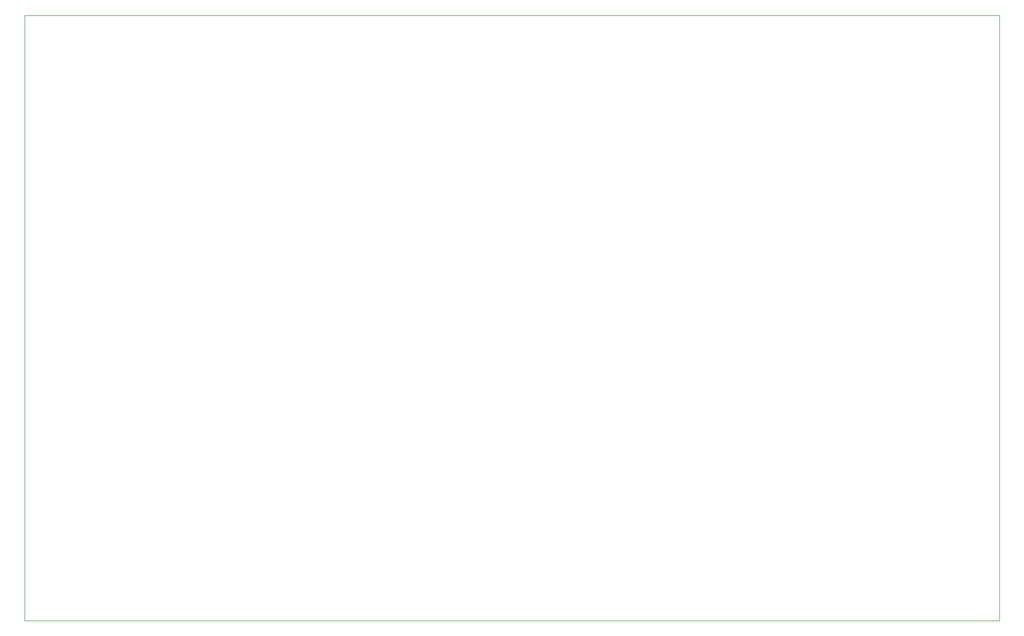
<source format=gm1>
%TF.GenerationSoftware,KiCad,Pcbnew,7.0.1*%
%TF.CreationDate,2023-11-30T13:28:04+01:00*%
%TF.ProjectId,current100A_Artiq,63757272-656e-4743-9130-30415f417274,rev?*%
%TF.SameCoordinates,Original*%
%TF.FileFunction,Profile,NP*%
%FSLAX46Y46*%
G04 Gerber Fmt 4.6, Leading zero omitted, Abs format (unit mm)*
G04 Created by KiCad (PCBNEW 7.0.1) date 2023-11-30 13:28:04*
%MOMM*%
%LPD*%
G01*
G04 APERTURE LIST*
%TA.AperFunction,Profile*%
%ADD10C,0.100000*%
%TD*%
G04 APERTURE END LIST*
D10*
X161000000Y0D02*
X0Y0D01*
X161000000Y-100000000D02*
X161000000Y0D01*
X0Y0D02*
X0Y-100000000D01*
X0Y-100000000D02*
X161000000Y-100000000D01*
M02*

</source>
